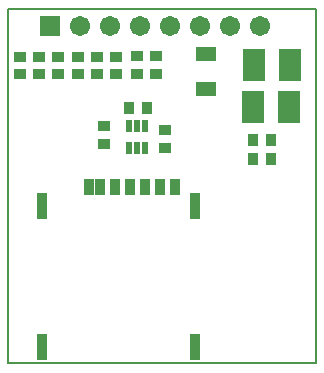
<source format=gbs>
%FSLAX25Y25*%
%MOIN*%
G70*
G01*
G75*
G04 Layer_Color=16711935*
%ADD10C,0.01500*%
%ADD11C,0.01000*%
%ADD12C,0.02000*%
%ADD13R,0.03937X0.03150*%
%ADD14R,0.03150X0.03937*%
%ADD15R,0.09843X0.11811*%
%ADD16O,0.07087X0.02362*%
%ADD17O,0.02362X0.07087*%
%ADD18R,0.03347X0.02756*%
%ADD19R,0.02756X0.03347*%
%ADD20R,0.03150X0.07000*%
%ADD21R,0.06000X0.07874*%
%ADD22R,0.01181X0.01181*%
%ADD23R,0.01378X0.00984*%
%ADD24R,0.01378X0.01181*%
%ADD25R,0.02362X0.03937*%
%ADD26C,0.01200*%
%ADD27C,0.00800*%
%ADD28R,0.06800X0.08800*%
%ADD29R,0.12700X0.10700*%
%ADD30C,0.00500*%
%ADD31R,0.05906X0.05906*%
%ADD32C,0.05906*%
%ADD33C,0.02000*%
%ADD34C,0.04000*%
%ADD35R,0.05906X0.03937*%
%ADD36R,0.01575X0.03347*%
%ADD37R,0.07000X0.10000*%
%ADD38R,0.02756X0.08268*%
%ADD39R,0.02559X0.04843*%
%ADD40C,0.02500*%
%ADD41R,0.07200X0.31400*%
%ADD42R,0.10700X0.04700*%
%ADD43R,0.12600X0.10400*%
%ADD44R,0.12100X0.10500*%
%ADD45C,0.00400*%
%ADD46C,0.00300*%
%ADD47R,0.04737X0.03950*%
%ADD48R,0.03950X0.04737*%
%ADD49R,0.10642X0.12611*%
%ADD50O,0.07887X0.03162*%
%ADD51O,0.03162X0.07887*%
%ADD52R,0.04147X0.03556*%
%ADD53R,0.03556X0.04147*%
%ADD54R,0.03950X0.07800*%
%ADD55R,0.06800X0.08674*%
%ADD56R,0.01981X0.01981*%
%ADD57R,0.02178X0.01784*%
%ADD58R,0.02178X0.01981*%
%ADD59R,0.03162X0.04737*%
%ADD60R,0.06706X0.06706*%
%ADD61C,0.06706*%
%ADD62R,0.06706X0.04737*%
%ADD63R,0.02375X0.04147*%
%ADD64R,0.07800X0.10800*%
%ADD65R,0.03556X0.09068*%
%ADD66R,0.03359X0.05643*%
D30*
X102362Y-118110D02*
Y0D01*
X0Y-118110D02*
X102362D01*
X0D02*
Y0D01*
X102362D01*
D52*
X10143Y-21800D02*
D03*
Y-15894D02*
D03*
X3700Y-15894D02*
D03*
Y-21800D02*
D03*
X16586Y-15894D02*
D03*
Y-21800D02*
D03*
X29471Y-21800D02*
D03*
Y-15894D02*
D03*
X23029Y-15894D02*
D03*
Y-21800D02*
D03*
X43000Y-21606D02*
D03*
Y-15700D02*
D03*
X49300Y-15695D02*
D03*
Y-21600D02*
D03*
X35914Y-15894D02*
D03*
Y-21800D02*
D03*
X52100Y-40295D02*
D03*
Y-46200D02*
D03*
X31800Y-39100D02*
D03*
Y-45006D02*
D03*
D53*
X81600Y-43600D02*
D03*
X87506D02*
D03*
X81600Y-50100D02*
D03*
X87506D02*
D03*
X46205Y-33100D02*
D03*
X40300D02*
D03*
D60*
X13900Y-5600D02*
D03*
D61*
X23900D02*
D03*
X33900D02*
D03*
X43900D02*
D03*
X53900D02*
D03*
X63900D02*
D03*
X73900D02*
D03*
X83900D02*
D03*
D62*
X65900Y-26711D02*
D03*
Y-14900D02*
D03*
D63*
X40241Y-46242D02*
D03*
Y-38958D02*
D03*
X42800D02*
D03*
X45359Y-46242D02*
D03*
X42800D02*
D03*
X45359Y-38958D02*
D03*
D64*
X81800Y-18600D02*
D03*
X93800D02*
D03*
X93600Y-32600D02*
D03*
X81600D02*
D03*
D65*
X11073Y-112802D02*
D03*
Y-65558D02*
D03*
X62215Y-112802D02*
D03*
Y-65558D02*
D03*
D66*
X35640Y-59200D02*
D03*
X40640D02*
D03*
X45640D02*
D03*
X50640D02*
D03*
X55640D02*
D03*
X30640D02*
D03*
X26900D02*
D03*
M02*

</source>
